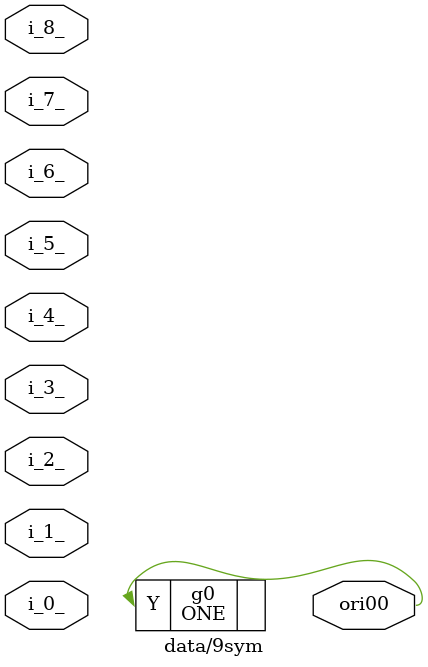
<source format=v>

module \data/9sym  ( 
    i_7_, i_8_, i_5_, i_6_, i_3_, i_4_, i_1_, i_2_, i_0_,
    ori00  );
  input  i_7_, i_8_, i_5_, i_6_, i_3_, i_4_, i_1_, i_2_, i_0_;
  output ori00;
  ONE        g0(.Y(ori00));
endmodule



</source>
